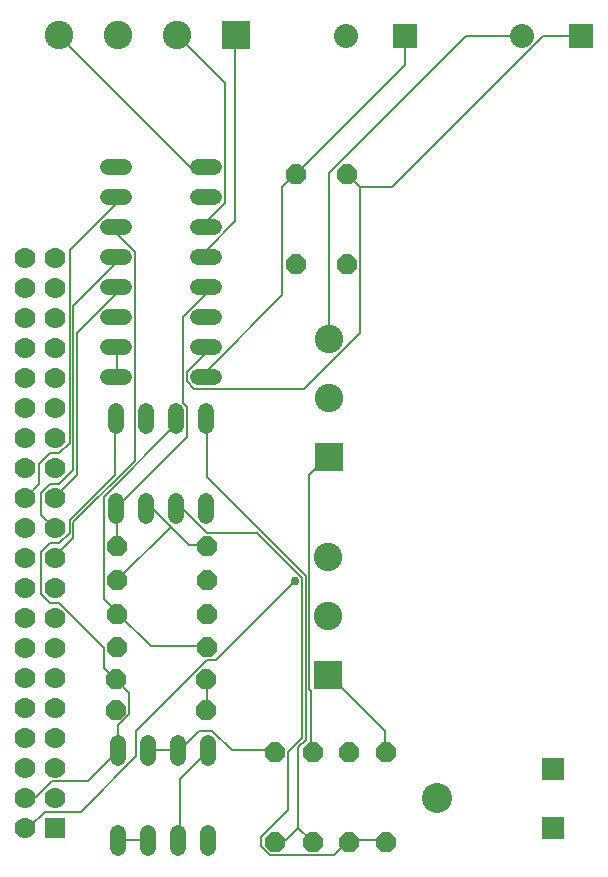
<source format=gbr>
G04 EAGLE Gerber RS-274X export*
G75*
%MOMM*%
%FSLAX34Y34*%
%LPD*%
%INBottom Copper*%
%IPPOS*%
%AMOC8*
5,1,8,0,0,1.08239X$1,22.5*%
G01*
%ADD10C,2.540000*%
%ADD11R,1.950000X1.950000*%
%ADD12C,1.320800*%
%ADD13R,1.778000X1.778000*%
%ADD14C,1.778000*%
%ADD15R,2.032000X2.032000*%
%ADD16C,2.032000*%
%ADD17P,1.814519X8X112.500000*%
%ADD18R,2.413000X2.413000*%
%ADD19C,2.413000*%
%ADD20P,1.814519X8X202.500000*%
%ADD21P,1.814519X8X292.500000*%
%ADD22P,1.814519X8X22.500000*%
%ADD23C,0.152400*%
%ADD24C,0.756400*%


D10*
X368900Y63100D03*
D11*
X466900Y38100D03*
X466900Y88100D03*
D12*
X179904Y419500D02*
X166696Y419500D01*
X166696Y444900D02*
X179904Y444900D01*
X179904Y571900D02*
X166696Y571900D01*
X166696Y597300D02*
X179904Y597300D01*
X179904Y470300D02*
X166696Y470300D01*
X166696Y495700D02*
X179904Y495700D01*
X179904Y546500D02*
X166696Y546500D01*
X166696Y521100D02*
X179904Y521100D01*
X103704Y597300D02*
X90496Y597300D01*
X90496Y571900D02*
X103704Y571900D01*
X103704Y546500D02*
X90496Y546500D01*
X90496Y521100D02*
X103704Y521100D01*
X103704Y495700D02*
X90496Y495700D01*
X90496Y470300D02*
X103704Y470300D01*
X103704Y444900D02*
X90496Y444900D01*
X90496Y419500D02*
X103704Y419500D01*
D13*
X45400Y38200D03*
D14*
X20000Y38200D03*
X45400Y63600D03*
X20000Y63600D03*
X45400Y89000D03*
X20000Y89000D03*
X45400Y114400D03*
X20000Y114400D03*
X45400Y139800D03*
X20000Y139800D03*
X45400Y165200D03*
X20000Y165200D03*
X45400Y190600D03*
X20000Y190600D03*
X45400Y216000D03*
X20000Y216000D03*
X45400Y241400D03*
X20000Y241400D03*
X45400Y266800D03*
X20000Y266800D03*
X45400Y292200D03*
X20000Y292200D03*
X45400Y317600D03*
X20000Y317600D03*
X45400Y343000D03*
X20000Y343000D03*
X45400Y368400D03*
X20000Y368400D03*
X45400Y393800D03*
X20000Y393800D03*
X45400Y419200D03*
X20000Y419200D03*
X45400Y444600D03*
X20000Y444600D03*
X45400Y470000D03*
X20000Y470000D03*
X45400Y495400D03*
X20000Y495400D03*
X45400Y520800D03*
X20000Y520800D03*
D15*
X341700Y708500D03*
D16*
X291700Y708500D03*
D15*
X491100Y708700D03*
D16*
X441100Y708700D03*
D17*
X249500Y515400D03*
X249500Y591600D03*
X292300Y515500D03*
X292300Y591700D03*
D18*
X277100Y352400D03*
D19*
X277100Y402400D03*
X277100Y452400D03*
D18*
X276400Y167800D03*
D19*
X276400Y217800D03*
X276400Y267800D03*
D18*
X198500Y709500D03*
D19*
X148500Y709500D03*
X98500Y709500D03*
X48500Y709500D03*
D20*
X173600Y164500D03*
X97400Y164500D03*
D21*
X294000Y102600D03*
X294000Y26400D03*
X325500Y102600D03*
X325500Y26400D03*
X231500Y102600D03*
X231500Y26400D03*
X263500Y102600D03*
X263500Y26400D03*
D20*
X174100Y276500D03*
X97900Y276500D03*
D12*
X98900Y34004D02*
X98900Y20796D01*
X124300Y20796D02*
X124300Y34004D01*
X124300Y96996D02*
X124300Y110204D01*
X98900Y110204D02*
X98900Y96996D01*
X149700Y34004D02*
X149700Y20796D01*
X175100Y20796D02*
X175100Y34004D01*
X149700Y96996D02*
X149700Y110204D01*
X175100Y110204D02*
X175100Y96996D01*
X96900Y301796D02*
X96900Y315004D01*
X122300Y315004D02*
X122300Y301796D01*
X122300Y377996D02*
X122300Y391204D01*
X96900Y391204D02*
X96900Y377996D01*
X147700Y315004D02*
X147700Y301796D01*
X173100Y301796D02*
X173100Y315004D01*
X147700Y377996D02*
X147700Y391204D01*
X173100Y391204D02*
X173100Y377996D01*
D20*
X173100Y138000D03*
X96900Y138000D03*
D22*
X97900Y248000D03*
X174100Y248000D03*
X97900Y191500D03*
X174100Y191500D03*
X97900Y219500D03*
X174100Y219500D03*
D23*
X96012Y489204D02*
X96012Y495300D01*
X96012Y489204D02*
X64008Y457200D01*
X64008Y336804D01*
X45720Y318516D01*
X96012Y495300D02*
X97100Y495700D01*
X45720Y318516D02*
X45400Y317600D01*
X97536Y541020D02*
X97536Y545592D01*
X97536Y541020D02*
X112776Y525780D01*
X112776Y348996D01*
X60960Y297180D01*
X60960Y283464D01*
X45720Y268224D01*
X97536Y545592D02*
X97100Y546500D01*
X45720Y268224D02*
X45400Y266800D01*
X96012Y515112D02*
X96012Y519684D01*
X96012Y515112D02*
X60960Y480060D01*
X60960Y341376D01*
X48768Y329184D01*
X41148Y329184D01*
X33528Y321564D01*
X33528Y303276D01*
X44196Y292608D01*
X96012Y519684D02*
X97100Y521100D01*
X44196Y292608D02*
X45400Y292200D01*
X24384Y39624D02*
X21336Y39624D01*
X24384Y39624D02*
X36576Y51816D01*
X67056Y51816D01*
X114300Y99060D01*
X114300Y120396D01*
X173736Y179832D01*
X181356Y179832D01*
X248412Y246888D01*
X21336Y39624D02*
X20000Y38200D01*
X97536Y420624D02*
X97536Y443484D01*
X97536Y420624D02*
X97100Y419500D01*
X97536Y443484D02*
X97100Y444900D01*
X393192Y708660D02*
X440436Y708660D01*
X393192Y708660D02*
X277368Y592836D01*
X277368Y452628D01*
X440436Y708660D02*
X441100Y708700D01*
X277368Y452628D02*
X277100Y452400D01*
D24*
X248412Y246888D03*
D23*
X173736Y420624D02*
X173736Y425196D01*
X237744Y489204D01*
X237744Y580644D01*
X248412Y591312D01*
X173736Y420624D02*
X173300Y419500D01*
X248412Y591312D02*
X249500Y591600D01*
X341376Y684276D02*
X341376Y707136D01*
X341376Y684276D02*
X249936Y592836D01*
X341376Y707136D02*
X341700Y708500D01*
X249936Y592836D02*
X249500Y591600D01*
X172212Y443484D02*
X172212Y438912D01*
X156972Y423672D01*
X156972Y416052D01*
X163068Y409956D01*
X256032Y409956D01*
X303276Y457200D01*
X303276Y580644D01*
X292608Y591312D01*
X173300Y444900D02*
X172212Y443484D01*
X292608Y591312D02*
X292300Y591700D01*
X458724Y708660D02*
X490728Y708660D01*
X458724Y708660D02*
X330708Y580644D01*
X303276Y580644D01*
X490728Y708660D02*
X491100Y708700D01*
X173736Y527304D02*
X173736Y521208D01*
X173736Y527304D02*
X198120Y551688D01*
X198120Y708660D01*
X173736Y521208D02*
X173300Y521100D01*
X198120Y708660D02*
X198500Y709500D01*
X173736Y551688D02*
X173736Y547116D01*
X173736Y551688D02*
X188976Y566928D01*
X188976Y669036D01*
X149352Y708660D01*
X173736Y547116D02*
X173300Y546500D01*
X149352Y708660D02*
X148500Y709500D01*
X160020Y597408D02*
X172212Y597408D01*
X160020Y597408D02*
X48768Y708660D01*
X172212Y597408D02*
X173300Y597300D01*
X48768Y708660D02*
X48500Y709500D01*
X96012Y571500D02*
X96012Y565404D01*
X57912Y527304D01*
X57912Y364236D01*
X48768Y355092D01*
X41148Y355092D01*
X32004Y345948D01*
X32004Y329184D01*
X21336Y318516D01*
X96012Y571500D02*
X97100Y571900D01*
X21336Y318516D02*
X20000Y317600D01*
X147828Y307848D02*
X153924Y307848D01*
X173736Y288036D01*
X216408Y288036D01*
X254508Y249936D01*
X254508Y114300D01*
X242316Y102108D01*
X242316Y53340D01*
X219456Y30480D01*
X219456Y22860D01*
X227076Y15240D01*
X281940Y15240D01*
X292608Y25908D01*
X147828Y307848D02*
X147700Y308400D01*
X292608Y25908D02*
X294000Y26400D01*
X294132Y27432D02*
X324612Y27432D01*
X325500Y26400D01*
X294132Y27432D02*
X294000Y26400D01*
X123444Y27432D02*
X99060Y27432D01*
X98900Y27400D01*
X123444Y27432D02*
X124300Y27400D01*
X324612Y103632D02*
X324612Y120396D01*
X277368Y167640D01*
X324612Y103632D02*
X325500Y102600D01*
X277368Y167640D02*
X276400Y167800D01*
X173736Y335280D02*
X173736Y384048D01*
X173736Y335280D02*
X257556Y251460D01*
X257556Y112776D01*
X251460Y106680D01*
X251460Y38100D01*
X262128Y27432D01*
X173736Y384048D02*
X173100Y384600D01*
X262128Y27432D02*
X263500Y26400D01*
X240792Y27432D02*
X231648Y27432D01*
X240792Y27432D02*
X251460Y38100D01*
X231648Y27432D02*
X231500Y26400D01*
X149352Y103632D02*
X124968Y103632D01*
X124300Y103600D01*
X149352Y103632D02*
X149700Y103600D01*
X195072Y103632D02*
X230124Y103632D01*
X195072Y103632D02*
X178308Y120396D01*
X167640Y120396D01*
X150876Y103632D01*
X230124Y103632D02*
X231500Y102600D01*
X150876Y103632D02*
X149700Y103600D01*
X262128Y103632D02*
X262128Y153924D01*
X260604Y155448D01*
X260604Y336804D01*
X275844Y352044D01*
X262128Y103632D02*
X263500Y102600D01*
X275844Y352044D02*
X277100Y352400D01*
X99060Y124968D02*
X99060Y103632D01*
X99060Y124968D02*
X108204Y134112D01*
X108204Y152400D01*
X97536Y163068D01*
X99060Y103632D02*
X98900Y103600D01*
X97536Y163068D02*
X97400Y164500D01*
X96012Y336804D02*
X96012Y384048D01*
X96012Y336804D02*
X57912Y298704D01*
X57912Y288036D01*
X48768Y278892D01*
X41148Y278892D01*
X33528Y271272D01*
X33528Y236220D01*
X41148Y228600D01*
X48768Y228600D01*
X86868Y190500D01*
X86868Y173736D01*
X96012Y164592D01*
X96012Y384048D02*
X96900Y384600D01*
X96012Y164592D02*
X97400Y164500D01*
X28956Y64008D02*
X21336Y64008D01*
X28956Y64008D02*
X42672Y77724D01*
X73152Y77724D01*
X97536Y102108D01*
X21336Y64008D02*
X20000Y63600D01*
X97536Y102108D02*
X98900Y103600D01*
X173736Y138684D02*
X173736Y163068D01*
X173736Y138684D02*
X173100Y138000D01*
X173736Y163068D02*
X173600Y164500D01*
X150876Y79248D02*
X150876Y27432D01*
X150876Y79248D02*
X173736Y102108D01*
X150876Y27432D02*
X149700Y27400D01*
X173736Y102108D02*
X175100Y103600D01*
X97536Y277368D02*
X97536Y307848D01*
X96900Y308400D01*
X97536Y277368D02*
X97900Y276500D01*
X172212Y489204D02*
X172212Y495300D01*
X172212Y489204D02*
X153924Y470916D01*
X153924Y397764D01*
X156972Y394716D01*
X156972Y368808D01*
X97536Y309372D01*
X172212Y495300D02*
X173300Y495700D01*
X97536Y309372D02*
X96900Y308400D01*
X123444Y307848D02*
X128016Y307848D01*
X143256Y292608D02*
X158496Y277368D01*
X143256Y292608D02*
X128016Y307848D01*
X158496Y277368D02*
X173736Y277368D01*
X123444Y307848D02*
X122300Y308400D01*
X173736Y277368D02*
X174100Y276500D01*
X143256Y292608D02*
X99060Y248412D01*
X97900Y248000D01*
X146304Y377952D02*
X146304Y384048D01*
X146304Y377952D02*
X86868Y318516D01*
X86868Y231648D01*
X97536Y220980D01*
X146304Y384048D02*
X147700Y384600D01*
X97536Y220980D02*
X97900Y219500D01*
X126492Y192024D02*
X173736Y192024D01*
X126492Y192024D02*
X99060Y219456D01*
X173736Y192024D02*
X174100Y191500D01*
X99060Y219456D02*
X97900Y219500D01*
M02*

</source>
